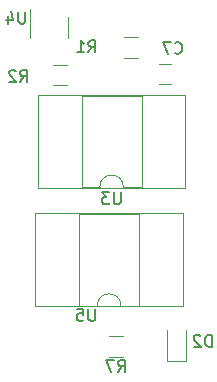
<source format=gbo>
G04 #@! TF.GenerationSoftware,KiCad,Pcbnew,5.1.7-a382d34a8~88~ubuntu18.04.1*
G04 #@! TF.CreationDate,2021-07-23T19:11:00+05:30*
G04 #@! TF.ProjectId,BackEnd_HeavyDevice_v2,4261636b-456e-4645-9f48-656176794465,rev?*
G04 #@! TF.SameCoordinates,Original*
G04 #@! TF.FileFunction,Legend,Bot*
G04 #@! TF.FilePolarity,Positive*
%FSLAX46Y46*%
G04 Gerber Fmt 4.6, Leading zero omitted, Abs format (unit mm)*
G04 Created by KiCad (PCBNEW 5.1.7-a382d34a8~88~ubuntu18.04.1) date 2021-07-23 19:11:00*
%MOMM*%
%LPD*%
G01*
G04 APERTURE LIST*
%ADD10C,0.120000*%
%ADD11C,0.150000*%
G04 APERTURE END LIST*
D10*
X137634000Y-106207000D02*
X136634000Y-106207000D01*
X136634000Y-104507000D02*
X137634000Y-104507000D01*
X138936000Y-129674000D02*
X137336000Y-129674000D01*
X137336000Y-129674000D02*
X137336000Y-127074000D01*
X138936000Y-129674000D02*
X138936000Y-127074000D01*
X133661000Y-104032000D02*
X134861000Y-104032000D01*
X134861000Y-102272000D02*
X133661000Y-102272000D01*
X128859000Y-104594000D02*
X127659000Y-104594000D01*
X127659000Y-106354000D02*
X128859000Y-106354000D01*
X133596000Y-127588000D02*
X132396000Y-127588000D01*
X132396000Y-129348000D02*
X133596000Y-129348000D01*
X131601000Y-114959000D02*
X130066000Y-114959000D01*
X130066000Y-114959000D02*
X130066000Y-107219000D01*
X130066000Y-107219000D02*
X135136000Y-107219000D01*
X135136000Y-107219000D02*
X135136000Y-114959000D01*
X135136000Y-114959000D02*
X133601000Y-114959000D01*
X126366000Y-115019000D02*
X126366000Y-107159000D01*
X126366000Y-107159000D02*
X138836000Y-107159000D01*
X138836000Y-107159000D02*
X138836000Y-115019000D01*
X138836000Y-115019000D02*
X126366000Y-115019000D01*
X133601000Y-114959000D02*
G75*
G03*
X131601000Y-114959000I-1000000J0D01*
G01*
X125697000Y-102374000D02*
X125697000Y-99924000D01*
X128917000Y-100574000D02*
X128917000Y-102374000D01*
X138625000Y-125060000D02*
X126155000Y-125060000D01*
X138625000Y-117200000D02*
X138625000Y-125060000D01*
X126155000Y-117200000D02*
X138625000Y-117200000D01*
X126155000Y-125060000D02*
X126155000Y-117200000D01*
X134925000Y-125000000D02*
X133390000Y-125000000D01*
X134925000Y-117260000D02*
X134925000Y-125000000D01*
X129855000Y-117260000D02*
X134925000Y-117260000D01*
X129855000Y-125000000D02*
X129855000Y-117260000D01*
X131390000Y-125000000D02*
X129855000Y-125000000D01*
X133390000Y-125000000D02*
G75*
G03*
X131390000Y-125000000I-1000000J0D01*
G01*
D11*
X137956586Y-103603062D02*
X138004205Y-103650681D01*
X138147062Y-103698300D01*
X138242300Y-103698300D01*
X138385158Y-103650681D01*
X138480396Y-103555443D01*
X138528015Y-103460205D01*
X138575634Y-103269729D01*
X138575634Y-103126872D01*
X138528015Y-102936396D01*
X138480396Y-102841158D01*
X138385158Y-102745920D01*
X138242300Y-102698300D01*
X138147062Y-102698300D01*
X138004205Y-102745920D01*
X137956586Y-102793539D01*
X137623253Y-102698300D02*
X136956586Y-102698300D01*
X137385158Y-103698300D01*
X141063575Y-128478120D02*
X141063575Y-127478120D01*
X140825480Y-127478120D01*
X140682622Y-127525740D01*
X140587384Y-127620978D01*
X140539765Y-127716216D01*
X140492146Y-127906692D01*
X140492146Y-128049549D01*
X140539765Y-128240025D01*
X140587384Y-128335263D01*
X140682622Y-128430501D01*
X140825480Y-128478120D01*
X141063575Y-128478120D01*
X140111194Y-127573359D02*
X140063575Y-127525740D01*
X139968337Y-127478120D01*
X139730241Y-127478120D01*
X139635003Y-127525740D01*
X139587384Y-127573359D01*
X139539765Y-127668597D01*
X139539765Y-127763835D01*
X139587384Y-127906692D01*
X140158813Y-128478120D01*
X139539765Y-128478120D01*
X130643926Y-103550980D02*
X130977260Y-103074790D01*
X131215355Y-103550980D02*
X131215355Y-102550980D01*
X130834402Y-102550980D01*
X130739164Y-102598600D01*
X130691545Y-102646219D01*
X130643926Y-102741457D01*
X130643926Y-102884314D01*
X130691545Y-102979552D01*
X130739164Y-103027171D01*
X130834402Y-103074790D01*
X131215355Y-103074790D01*
X129691545Y-103550980D02*
X130262974Y-103550980D01*
X129977260Y-103550980D02*
X129977260Y-102550980D01*
X130072498Y-102693838D01*
X130167736Y-102789076D01*
X130262974Y-102836695D01*
X124867966Y-106052880D02*
X125201300Y-105576690D01*
X125439395Y-106052880D02*
X125439395Y-105052880D01*
X125058442Y-105052880D01*
X124963204Y-105100500D01*
X124915585Y-105148119D01*
X124867966Y-105243357D01*
X124867966Y-105386214D01*
X124915585Y-105481452D01*
X124963204Y-105529071D01*
X125058442Y-105576690D01*
X125439395Y-105576690D01*
X124487014Y-105148119D02*
X124439395Y-105100500D01*
X124344157Y-105052880D01*
X124106061Y-105052880D01*
X124010823Y-105100500D01*
X123963204Y-105148119D01*
X123915585Y-105243357D01*
X123915585Y-105338595D01*
X123963204Y-105481452D01*
X124534633Y-106052880D01*
X123915585Y-106052880D01*
X133162666Y-130620380D02*
X133496000Y-130144190D01*
X133734095Y-130620380D02*
X133734095Y-129620380D01*
X133353142Y-129620380D01*
X133257904Y-129668000D01*
X133210285Y-129715619D01*
X133162666Y-129810857D01*
X133162666Y-129953714D01*
X133210285Y-130048952D01*
X133257904Y-130096571D01*
X133353142Y-130144190D01*
X133734095Y-130144190D01*
X132829333Y-129620380D02*
X132162666Y-129620380D01*
X132591238Y-130620380D01*
X133362904Y-115411380D02*
X133362904Y-116220904D01*
X133315285Y-116316142D01*
X133267666Y-116363761D01*
X133172428Y-116411380D01*
X132981952Y-116411380D01*
X132886714Y-116363761D01*
X132839095Y-116316142D01*
X132791476Y-116220904D01*
X132791476Y-115411380D01*
X132410523Y-115411380D02*
X131791476Y-115411380D01*
X132124809Y-115792333D01*
X131981952Y-115792333D01*
X131886714Y-115839952D01*
X131839095Y-115887571D01*
X131791476Y-115982809D01*
X131791476Y-116220904D01*
X131839095Y-116316142D01*
X131886714Y-116363761D01*
X131981952Y-116411380D01*
X132267666Y-116411380D01*
X132362904Y-116363761D01*
X132410523Y-116316142D01*
X125287944Y-100122740D02*
X125287944Y-100932264D01*
X125240325Y-101027502D01*
X125192706Y-101075121D01*
X125097468Y-101122740D01*
X124906992Y-101122740D01*
X124811754Y-101075121D01*
X124764135Y-101027502D01*
X124716516Y-100932264D01*
X124716516Y-100122740D01*
X123811754Y-100456074D02*
X123811754Y-101122740D01*
X124049849Y-100075121D02*
X124287944Y-100789407D01*
X123668897Y-100789407D01*
X131211224Y-125281440D02*
X131211224Y-126090964D01*
X131163605Y-126186202D01*
X131115986Y-126233821D01*
X131020748Y-126281440D01*
X130830272Y-126281440D01*
X130735034Y-126233821D01*
X130687415Y-126186202D01*
X130639796Y-126090964D01*
X130639796Y-125281440D01*
X129687415Y-125281440D02*
X130163605Y-125281440D01*
X130211224Y-125757631D01*
X130163605Y-125710012D01*
X130068367Y-125662393D01*
X129830272Y-125662393D01*
X129735034Y-125710012D01*
X129687415Y-125757631D01*
X129639796Y-125852869D01*
X129639796Y-126090964D01*
X129687415Y-126186202D01*
X129735034Y-126233821D01*
X129830272Y-126281440D01*
X130068367Y-126281440D01*
X130163605Y-126233821D01*
X130211224Y-126186202D01*
M02*

</source>
